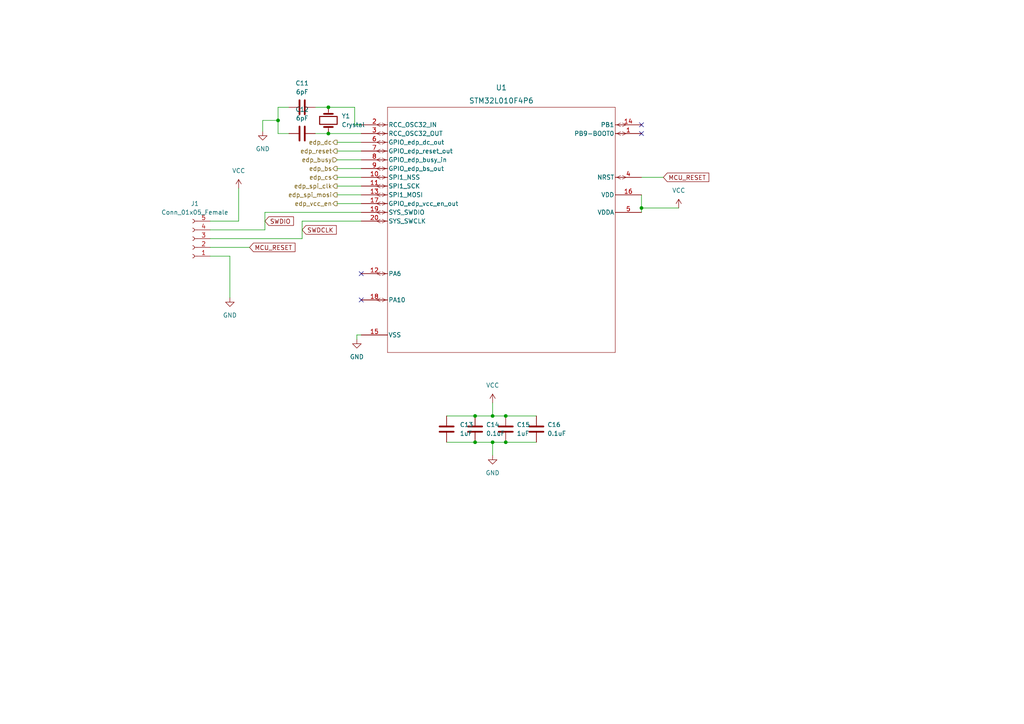
<source format=kicad_sch>
(kicad_sch (version 20250114) (generator "eeschema") (generator_version "9.0")
  (paper "A4")
  (lib_symbols
    (symbol "Connector:Conn_01x05_Female" (pin_names (offset 1.016) (hide yes))
      (property "Reference" "J" (at 0 7.62 0))
      (property "Value" "Conn_01x05_Female" (at 0 -7.62 0))
      (symbol "Conn_01x05_Female_1_1"
        (polyline (pts (xy -1.27 5.08) (xy -0.508 5.08)) (stroke (width 0.1524)))
        (polyline (pts (xy -1.27 2.54) (xy -0.508 2.54)) (stroke (width 0.1524)))
        (polyline (pts (xy -1.27 0) (xy -0.508 0)) (stroke (width 0.1524)))
        (polyline (pts (xy -1.27 -2.54) (xy -0.508 -2.54)) (stroke (width 0.1524)))
        (polyline (pts (xy -1.27 -5.08) (xy -0.508 -5.08)) (stroke (width 0.1524)))
        (arc (start 0 4.572) (mid -0.5058 5.08) (end 0 5.588) (stroke (width 0.1524)))
        (arc (start 0 2.032) (mid -0.5058 2.54) (end 0 3.048) (stroke (width 0.1524)))
        (arc (start 0 -0.508) (mid -0.5058 0) (end 0 0.508) (stroke (width 0.1524)))
        (arc (start 0 -3.048) (mid -0.5058 -2.54) (end 0 -2.032) (stroke (width 0.1524)))
        (arc (start 0 -5.588) (mid -0.5058 -5.08) (end 0 -4.572) (stroke (width 0.1524)))
        (pin passive line (at -5.08 5.08 0) (length 3.81) (name "Pin_1") (number "1"))
        (pin passive line (at -5.08 2.54 0) (length 3.81) (name "Pin_2") (number "2"))
        (pin passive line (at -5.08 0 0) (length 3.81) (name "Pin_3") (number "3"))
        (pin passive line (at -5.08 -2.54 0) (length 3.81) (name "Pin_4") (number "4"))
        (pin passive line (at -5.08 -5.08 0) (length 3.81) (name "Pin_5") (number "5"))
      )
    )
    (symbol "Device:C" (pin_numbers (hide yes)) (pin_names (offset 0.254))
      (property "Reference" "C" (at 0.635 2.54 0))
      (property "Value" "C" (at 0.635 -2.54 0))
      (symbol "C_0_1"
        (polyline (pts (xy -2.032 0.762) (xy 2.032 0.762)) (stroke (width 0.508)))
        (polyline (pts (xy -2.032 -0.762) (xy 2.032 -0.762)) (stroke (width 0.508)))
      )
      (symbol "C_1_1"
        (pin passive line (at 0 3.81 270) (length 2.794) (name "~") (number "1"))
        (pin passive line (at 0 -3.81 90) (length 2.794) (name "~") (number "2"))
      )
    )
    (symbol "Device:Crystal" (pin_numbers (hide yes)) (pin_names (offset 1.016) (hide yes))
      (property "Reference" "Y" (at 0 3.81 0))
      (property "Value" "Crystal" (at 0 -3.81 0))
      (symbol "Crystal_0_1"
        (polyline (pts (xy -2.54 0) (xy -1.905 0)))
        (polyline (pts (xy -1.905 -1.27) (xy -1.905 1.27)) (stroke (width 0.508)))
        (rectangle (start -1.143 2.54) (end 1.143 -2.54) (stroke (width 0.3048)))
        (polyline (pts (xy 1.905 -1.27) (xy 1.905 1.27)) (stroke (width 0.508)))
        (polyline (pts (xy 2.54 0) (xy 1.905 0)))
      )
      (symbol "Crystal_1_1"
        (pin passive line (at -3.81 0 0) (length 1.27) (name "1") (number "1"))
        (pin passive line (at 3.81 0 180) (length 1.27) (name "2") (number "2"))
      )
    )
    (symbol "MCU_STM32L010F4Px:STM32L010F4P6" (pin_names (offset 0.254))
      (property "Reference" "U" (at 40.64 10.16 0))
      (property "Value" "STM32L010F4P6" (at 40.64 7.62 0))
      (symbol "STM32L010F4P6_0_1"
        (polyline (pts (xy 5.5372 0.5207) (xy 4.4958 0)) (stroke (width 0.127)))
        (polyline (pts (xy 5.5372 -0.5207) (xy 4.4958 0)) (stroke (width 0.127)))
        (polyline (pts (xy 5.5372 -2.0193) (xy 4.4958 -2.54)) (stroke (width 0.127)))
        (polyline (pts (xy 5.5372 -3.0607) (xy 4.4958 -2.54)) (stroke (width 0.127)))
        (polyline (pts (xy 5.5372 -4.5593) (xy 4.4958 -5.08)) (stroke (width 0.127)))
        (polyline (pts (xy 5.5372 -5.6007) (xy 4.4958 -5.08)) (stroke (width 0.127)))
        (polyline (pts (xy 5.5372 -7.0993) (xy 4.4958 -7.62)) (stroke (width 0.127)))
        (polyline (pts (xy 5.5372 -8.1407) (xy 4.4958 -7.62)) (stroke (width 0.127)))
        (polyline (pts (xy 5.5372 -9.6393) (xy 4.4958 -10.16)) (stroke (width 0.127)))
        (polyline (pts (xy 5.5372 -10.6807) (xy 4.4958 -10.16)) (stroke (width 0.127)))
        (polyline (pts (xy 5.5372 -12.1793) (xy 4.4958 -12.7)) (stroke (width 0.127)))
        (polyline (pts (xy 5.5372 -13.2207) (xy 4.4958 -12.7)) (stroke (width 0.127)))
        (polyline (pts (xy 5.5372 -14.7193) (xy 4.4958 -15.24)) (stroke (width 0.127)))
        (polyline (pts (xy 5.5372 -15.7607) (xy 4.4958 -15.24)) (stroke (width 0.127)))
        (polyline (pts (xy 5.5372 -17.2593) (xy 4.4958 -17.78)) (stroke (width 0.127)))
        (polyline (pts (xy 5.5372 -18.3007) (xy 4.4958 -17.78)) (stroke (width 0.127)))
        (polyline (pts (xy 5.5372 -19.7993) (xy 4.4958 -20.32)) (stroke (width 0.127)))
        (polyline (pts (xy 5.5372 -20.8407) (xy 4.4958 -20.32)) (stroke (width 0.127)))
        (polyline (pts (xy 5.5372 -22.3393) (xy 4.4958 -22.86)) (stroke (width 0.127)))
        (polyline (pts (xy 5.5372 -23.3807) (xy 4.4958 -22.86)) (stroke (width 0.127)))
        (polyline (pts (xy 5.5372 -24.8793) (xy 4.4958 -25.4)) (stroke (width 0.127)))
        (polyline (pts (xy 5.5372 -25.9207) (xy 4.4958 -25.4)) (stroke (width 0.127)))
        (polyline (pts (xy 5.5372 -27.4193) (xy 4.4958 -27.94)) (stroke (width 0.127)))
        (polyline (pts (xy 5.5372 -28.4607) (xy 4.4958 -27.94)) (stroke (width 0.127)))
        (polyline (pts (xy 5.5372 -42.6593) (xy 4.4958 -43.18)) (stroke (width 0.127)))
        (polyline (pts (xy 5.5372 -43.7007) (xy 4.4958 -43.18)) (stroke (width 0.127)))
        (polyline (pts (xy 5.5372 -50.2793) (xy 4.4958 -50.8)) (stroke (width 0.127)))
        (polyline (pts (xy 5.5372 -51.3207) (xy 4.4958 -50.8)) (stroke (width 0.127)))
        (polyline (pts (xy 7.0993 0) (xy 6.0579 0.5207)) (stroke (width 0.127)))
        (polyline (pts (xy 7.0993 0) (xy 6.0579 -0.5207)) (stroke (width 0.127)))
        (polyline (pts (xy 7.0993 -2.54) (xy 6.0579 -2.0193)) (stroke (width 0.127)))
        (polyline (pts (xy 7.0993 -2.54) (xy 6.0579 -3.0607)) (stroke (width 0.127)))
        (polyline (pts (xy 7.0993 -5.08) (xy 6.0579 -4.5593)) (stroke (width 0.127)))
        (polyline (pts (xy 7.0993 -5.08) (xy 6.0579 -5.6007)) (stroke (width 0.127)))
        (polyline (pts (xy 7.0993 -7.62) (xy 6.0579 -7.0993)) (stroke (width 0.127)))
        (polyline (pts (xy 7.0993 -7.62) (xy 6.0579 -8.1407)) (stroke (width 0.127)))
        (polyline (pts (xy 7.0993 -10.16) (xy 6.0579 -9.6393)) (stroke (width 0.127)))
        (polyline (pts (xy 7.0993 -10.16) (xy 6.0579 -10.6807)) (stroke (width 0.127)))
        (polyline (pts (xy 7.0993 -12.7) (xy 6.0579 -12.1793)) (stroke (width 0.127)))
        (polyline (pts (xy 7.0993 -12.7) (xy 6.0579 -13.2207)) (stroke (width 0.127)))
        (polyline (pts (xy 7.0993 -15.24) (xy 6.0579 -14.7193)) (stroke (width 0.127)))
        (polyline (pts (xy 7.0993 -15.24) (xy 6.0579 -15.7607)) (stroke (width 0.127)))
        (polyline (pts (xy 7.0993 -17.78) (xy 6.0579 -17.2593)) (stroke (width 0.127)))
        (polyline (pts (xy 7.0993 -17.78) (xy 6.0579 -18.3007)) (stroke (width 0.127)))
        (polyline (pts (xy 7.0993 -20.32) (xy 6.0579 -19.7993)) (stroke (width 0.127)))
        (polyline (pts (xy 7.0993 -20.32) (xy 6.0579 -20.8407)) (stroke (width 0.127)))
        (polyline (pts (xy 7.0993 -22.86) (xy 6.0579 -22.3393)) (stroke (width 0.127)))
        (polyline (pts (xy 7.0993 -22.86) (xy 6.0579 -23.3807)) (stroke (width 0.127)))
        (polyline (pts (xy 7.0993 -25.4) (xy 6.0579 -24.8793)) (stroke (width 0.127)))
        (polyline (pts (xy 7.0993 -25.4) (xy 6.0579 -25.9207)) (stroke (width 0.127)))
        (polyline (pts (xy 7.0993 -27.94) (xy 6.0579 -27.4193)) (stroke (width 0.127)))
        (polyline (pts (xy 7.0993 -27.94) (xy 6.0579 -28.4607)) (stroke (width 0.127)))
        (polyline (pts (xy 7.0993 -43.18) (xy 6.0579 -42.6593)) (stroke (width 0.127)))
        (polyline (pts (xy 7.0993 -43.18) (xy 6.0579 -43.7007)) (stroke (width 0.127)))
        (polyline (pts (xy 7.0993 -50.8) (xy 6.0579 -50.2793)) (stroke (width 0.127)))
        (polyline (pts (xy 7.0993 -50.8) (xy 6.0579 -51.3207)) (stroke (width 0.127)))
        (polyline (pts (xy 7.62 5.08) (xy 7.62 -66.04)) (stroke (width 0.127)))
        (polyline (pts (xy 7.62 -66.04) (xy 73.66 -66.04)) (stroke (width 0.127)))
        (polyline (pts (xy 73.66 5.08) (xy 7.62 5.08)) (stroke (width 0.127)))
        (polyline (pts (xy 73.66 -66.04) (xy 73.66 5.08)) (stroke (width 0.127)))
        (polyline (pts (xy 74.1807 0) (xy 75.2221 0.5207)) (stroke (width 0.127)))
        (polyline (pts (xy 74.1807 0) (xy 75.2221 -0.5207)) (stroke (width 0.127)))
        (polyline (pts (xy 74.1807 -2.54) (xy 75.2221 -2.0193)) (stroke (width 0.127)))
        (polyline (pts (xy 74.1807 -2.54) (xy 75.2221 -3.0607)) (stroke (width 0.127)))
        (polyline (pts (xy 74.1807 -15.24) (xy 75.2221 -14.7193)) (stroke (width 0.127)))
        (polyline (pts (xy 74.1807 -15.24) (xy 75.2221 -15.7607)) (stroke (width 0.127)))
        (polyline (pts (xy 75.7428 0.5207) (xy 76.7842 0)) (stroke (width 0.127)))
        (polyline (pts (xy 75.7428 -0.5207) (xy 76.7842 0)) (stroke (width 0.127)))
        (polyline (pts (xy 75.7428 -2.0193) (xy 76.7842 -2.54)) (stroke (width 0.127)))
        (polyline (pts (xy 75.7428 -3.0607) (xy 76.7842 -2.54)) (stroke (width 0.127)))
        (polyline (pts (xy 75.7428 -14.7193) (xy 76.7842 -15.24)) (stroke (width 0.127)))
        (polyline (pts (xy 75.7428 -15.7607) (xy 76.7842 -15.24)) (stroke (width 0.127)))
        (pin unspecified line (at 0 0 0) (length 7.62) (name "RCC_OSC32_IN") (number "2"))
        (pin unspecified line (at 0 -2.54 0) (length 7.62) (name "RCC_OSC32_OUT") (number "3"))
        (pin unspecified line (at 0 -5.08 0) (length 7.62) (name "GPIO_edp_dc_out") (number "6"))
        (pin unspecified line (at 0 -7.62 0) (length 7.62) (name "GPIO_edp_reset_out") (number "7"))
        (pin unspecified line (at 0 -10.16 0) (length 7.62) (name "GPIO_edp_busy_in") (number "8"))
        (pin unspecified line (at 0 -12.7 0) (length 7.62) (name "GPIO_edp_bs_out") (number "9"))
        (pin unspecified line (at 0 -15.24 0) (length 7.62) (name "SPI1_NSS") (number "10"))
        (pin unspecified line (at 0 -17.78 0) (length 7.62) (name "SPI1_SCK") (number "11"))
        (pin unspecified line (at 0 -20.32 0) (length 7.62) (name "SPI1_MOSI") (number "13"))
        (pin unspecified line (at 0 -22.86 0) (length 7.62) (name "GPIO_edp_vcc_en_out") (number "17"))
        (pin unspecified line (at 0 -25.4 0) (length 7.62) (name "SYS_SWDIO") (number "19"))
        (pin unspecified line (at 0 -27.94 0) (length 7.62) (name "SYS_SWCLK") (number "20"))
        (pin bidirectional line (at 0 -43.18 0) (length 7.62) (name "PA6") (number "12"))
        (pin bidirectional line (at 0 -50.8 0) (length 7.62) (name "PA10") (number "18"))
        (pin power_in line (at 0 -60.96 0) (length 7.62) (name "VSS") (number "15"))
        (pin bidirectional line (at 81.28 0 180) (length 7.62) (name "PB1") (number "14"))
        (pin input line (at 81.28 -2.54 180) (length 7.62) (name "PB9-BOOT0") (number "1"))
        (pin bidirectional line (at 81.28 -15.24 180) (length 7.62) (name "NRST") (number "4"))
        (pin power_in line (at 81.28 -20.32 180) (length 7.62) (name "VDD") (number "16"))
        (pin power_in line (at 81.28 -25.4 180) (length 7.62) (name "VDDA") (number "5"))
      )
    )
    (symbol "power:GND" (power) (pin_names (offset 0))
      (property "Value" "GND" (at 0 -3.81 0))
      (symbol "GND_0_1"
        (polyline (pts (xy 0 0) (xy 0 -1.27) (xy 1.27 -1.27) (xy 0 -2.54) (xy -1.27 -1.27) (xy 0 -1.27)))
      )
      (symbol "GND_1_1"
        (pin power_in line (at 0 0 270) (length 0) (hide yes) (name "GND") (number "1"))
      )
    )
    (symbol "power:VCC" (power) (pin_names (offset 0))
      (property "Value" "VCC" (at 0 3.81 0))
      (symbol "VCC_0_1"
        (polyline (pts (xy -0.762 1.27) (xy 0 2.54)))
        (polyline (pts (xy 0 2.54) (xy 0.762 1.27)))
        (polyline (pts (xy 0 0) (xy 0 2.54)))
      )
      (symbol "VCC_1_1"
        (pin power_in line (at 0 0 90) (length 0) (hide yes) (name "VCC") (number "1"))
      )
    )
  )
  (junction (at 146.685 128.27))
  (junction (at 137.795 120.65))
  (junction (at 142.875 128.27))
  (junction (at 95.25 38.735))
  (junction (at 95.25 31.115))
  (junction (at 186.055 60.325))
  (junction (at 142.875 120.65))
  (junction (at 80.645 34.925))
  (junction (at 146.685 120.65))
  (junction (at 137.795 128.27))
  (no_connect (at 104.775 79.375))
  (no_connect (at 104.775 86.995))
  (no_connect (at 186.055 38.735))
  (no_connect (at 186.055 36.195))
  (wire (pts (xy 142.875 120.65) (xy 146.685 120.65)))
  (wire (pts (xy 60.96 71.755) (xy 72.39 71.755)))
  (wire (pts (xy 97.79 56.515) (xy 104.775 56.515)))
  (wire (pts (xy 97.79 46.355) (xy 104.775 46.355)))
  (wire (pts (xy 83.82 38.735) (xy 80.645 38.735)))
  (wire (pts (xy 66.675 74.295) (xy 66.675 86.36)))
  (wire (pts (xy 80.645 34.925) (xy 80.645 31.115)))
  (wire (pts (xy 97.79 48.895) (xy 104.775 48.895)))
  (wire (pts (xy 196.85 60.325) (xy 186.055 60.325)))
  (wire (pts (xy 80.645 31.115) (xy 83.82 31.115)))
  (wire (pts (xy 69.215 54.61) (xy 69.215 64.135)))
  (wire (pts (xy 186.055 51.435) (xy 192.405 51.435)))
  (wire (pts (xy 91.44 38.735) (xy 95.25 38.735)))
  (wire (pts (xy 104.775 61.595) (xy 76.835 61.595)))
  (wire (pts (xy 60.96 74.295) (xy 66.675 74.295)))
  (wire (pts (xy 76.835 66.675) (xy 60.96 66.675)))
  (wire (pts (xy 80.645 38.735) (xy 80.645 34.925)))
  (wire (pts (xy 97.79 51.435) (xy 104.775 51.435)))
  (wire (pts (xy 142.875 128.27) (xy 146.685 128.27)))
  (wire (pts (xy 142.875 132.08) (xy 142.875 128.27)))
  (wire (pts (xy 102.87 36.195) (xy 102.87 31.115)))
  (wire (pts (xy 186.055 60.325) (xy 186.055 61.595)))
  (wire (pts (xy 142.875 120.65) (xy 137.795 120.65)))
  (wire (pts (xy 76.835 61.595) (xy 76.835 66.675)))
  (wire (pts (xy 102.87 36.195) (xy 104.775 36.195)))
  (wire (pts (xy 97.79 43.815) (xy 104.775 43.815)))
  (wire (pts (xy 91.44 31.115) (xy 95.25 31.115)))
  (wire (pts (xy 60.96 69.215) (xy 87.63 69.215)))
  (wire (pts (xy 87.63 64.135) (xy 104.775 64.135)))
  (wire (pts (xy 97.79 59.055) (xy 104.775 59.055)))
  (wire (pts (xy 137.795 128.27) (xy 142.875 128.27)))
  (wire (pts (xy 104.775 38.735) (xy 95.25 38.735)))
  (wire (pts (xy 186.055 56.515) (xy 186.055 60.325)))
  (wire (pts (xy 97.79 41.275) (xy 104.775 41.275)))
  (wire (pts (xy 146.685 128.27) (xy 155.575 128.27)))
  (wire (pts (xy 76.2 38.1) (xy 76.2 34.925)))
  (wire (pts (xy 104.775 97.155) (xy 103.505 97.155)))
  (wire (pts (xy 129.54 128.27) (xy 137.795 128.27)))
  (wire (pts (xy 146.685 120.65) (xy 155.575 120.65)))
  (wire (pts (xy 69.215 64.135) (xy 60.96 64.135)))
  (wire (pts (xy 95.25 31.115) (xy 102.87 31.115)))
  (wire (pts (xy 87.63 64.135) (xy 87.63 69.215)))
  (wire (pts (xy 97.79 53.975) (xy 104.775 53.975)))
  (wire (pts (xy 129.54 120.65) (xy 137.795 120.65)))
  (wire (pts (xy 142.875 116.84) (xy 142.875 120.65)))
  (wire (pts (xy 103.505 97.155) (xy 103.505 98.425)))
  (wire (pts (xy 76.2 34.925) (xy 80.645 34.925)))
  (global_label "MCU_RESET" (shape input) (at 192.405 51.435 0) (property "Intersheetrefs" "${INTERSHEET_REFS}" (effects (hide yes))))
  (global_label "SWDIO" (shape input) (at 76.835 64.135 0) (property "Intersheetrefs" "${INTERSHEET_REFS}" (effects (hide yes))))
  (global_label "MCU_RESET" (shape input) (at 72.39 71.755 0) (property "Intersheetrefs" "${INTERSHEET_REFS}" (effects (hide yes))))
  (global_label "SWDCLK" (shape input) (at 87.63 66.675 0) (property "Intersheetrefs" "${INTERSHEET_REFS}" (effects (hide yes))))
  (hierarchical_label "edp_busy" (shape input) (at 97.79 46.355 180))
  (hierarchical_label "edp_vcc_en" (shape output) (at 97.79 59.055 180))
  (hierarchical_label "edp_spi_mosi" (shape output) (at 97.79 56.515 180))
  (hierarchical_label "edp_reset" (shape output) (at 97.79 43.815 180))
  (hierarchical_label "edp_cs" (shape output) (at 97.79 51.435 180))
  (hierarchical_label "edp_spi_clk" (shape output) (at 97.79 53.975 180))
  (hierarchical_label "edp_dc" (shape output) (at 97.79 41.275 180))
  (hierarchical_label "edp_bs" (shape output) (at 97.79 48.895 180))
  (symbol (lib_id "power:GND") (at 66.675 86.36 0) (unit 1)
    (property "Reference" "#PWR01" (effects (hide yes)))
    (property "Value" "GND" (at 66.675 91.44 0))
  )
  (symbol (lib_id "power:GND") (at 103.505 98.425 0) (unit 1)
    (property "Reference" "#PWR015" (effects (hide yes)))
    (property "Value" "GND" (at 103.505 103.505 0))
  )
  (symbol (lib_id "MCU_STM32L010F4Px:STM32L010F4P6") (at 104.775 36.195 0) (unit 1)
    (property "Reference" "U1" (at 145.415 25.4 0) (effects (font (size 1.524 1.524))))
    (property "Value" "STM32L010F4P6" (at 145.415 29.21 0) (effects (font (size 1.524 1.524))))
    (property "Footprint" "TSSOP20" (effects (hide yes)))
    (property "Datasheet" "STM32L010F4P6" (effects (hide yes)))
  )
  (symbol (lib_id "power:VCC") (at 196.85 60.325 0) (unit 1)
    (property "Reference" "#PWR05" (effects (hide yes)))
    (property "Value" "VCC" (at 196.85 55.245 0))
  )
  (symbol (lib_id "Device:C") (at 146.685 124.46 180) (unit 1)
    (property "Reference" "C15" (at 149.86 123.1899 0) (effects (justify right)))
    (property "Value" "1uF" (at 149.86 125.7299 0) (effects (justify right)))
    (property "Footprint" "Capacitor_SMD:C_0402_1005Metric_Pad0.74x0.62mm_HandSolder" (effects (hide yes)))
  )
  (symbol (lib_id "power:GND") (at 76.2 38.1 0) (unit 1)
    (property "Reference" "#PWR02" (effects (hide yes)))
    (property "Value" "GND" (at 76.2 43.18 0))
  )
  (symbol (lib_id "Device:C") (at 87.63 31.115 90) (unit 1)
    (property "Reference" "C11" (at 87.63 24.13 90))
    (property "Value" "6pF" (at 87.63 26.67 90))
    (property "Footprint" "Capacitor_SMD:C_0402_1005Metric_Pad0.74x0.62mm_HandSolder" (effects (hide yes)))
  )
  (symbol (lib_id "power:VCC") (at 142.875 116.84 0) (unit 1)
    (property "Reference" "#PWR04" (effects (hide yes)))
    (property "Value" "VCC" (at 142.875 111.76 0))
  )
  (symbol (lib_id "Device:C") (at 137.795 124.46 180) (unit 1)
    (property "Reference" "C14" (at 140.97 123.1899 0) (effects (justify right)))
    (property "Value" "0.1uF" (at 140.97 125.7299 0) (effects (justify right)))
    (property "Footprint" "Capacitor_SMD:C_0402_1005Metric_Pad0.74x0.62mm_HandSolder" (effects (hide yes)))
  )
  (symbol (lib_id "power:VCC") (at 69.215 54.61 0) (unit 1)
    (property "Reference" "#PWR0104" (effects (hide yes)))
    (property "Value" "VCC" (at 69.215 49.53 0))
  )
  (symbol (lib_id "Device:C") (at 87.63 38.735 90) (unit 1)
    (property "Reference" "C12" (at 87.63 31.75 90))
    (property "Value" "6pF" (at 87.63 34.29 90))
    (property "Footprint" "Capacitor_SMD:C_0402_1005Metric_Pad0.74x0.62mm_HandSolder" (effects (hide yes)))
  )
  (symbol (lib_id "Device:C") (at 129.54 124.46 180) (unit 1)
    (property "Reference" "C13" (at 133.35 123.1899 0) (effects (justify right)))
    (property "Value" "1uF" (at 133.35 125.7299 0) (effects (justify right)))
    (property "Footprint" "Capacitor_SMD:C_0402_1005Metric_Pad0.74x0.62mm_HandSolder" (effects (hide yes)))
  )
  (symbol (lib_id "Connector:Conn_01x05_Female") (at 55.88 69.215 180) (unit 1)
    (property "Reference" "J1" (at 56.515 59.055 0))
    (property "Value" "Conn_01x05_Female" (at 56.515 61.595 0))
    (property "Footprint" "Connector_PinHeader_1.27mm:PinHeader_1x05_P1.27mm_Vertical" (effects (hide yes)))
  )
  (symbol (lib_id "Device:Crystal") (at 95.25 34.925 90) (unit 1)
    (property "Reference" "Y1" (at 99.06 33.6549 90) (effects (justify right)))
    (property "Value" "Crystal" (at 99.06 36.1949 90) (effects (justify right)))
    (property "Footprint" "Crystal:Crystal_SMD_2012-2Pin_2.0x1.2mm_HandSoldering" (effects (hide yes)))
  )
  (symbol (lib_id "Device:C") (at 155.575 124.46 180) (unit 1)
    (property "Reference" "C16" (at 158.75 123.1899 0) (effects (justify right)))
    (property "Value" "0.1uF" (at 158.75 125.7299 0) (effects (justify right)))
    (property "Footprint" "Capacitor_SMD:C_0402_1005Metric_Pad0.74x0.62mm_HandSolder" (effects (hide yes)))
  )
  (symbol (lib_id "power:GND") (at 142.875 132.08 0) (unit 1)
    (property "Reference" "#PWR013" (effects (hide yes)))
    (property "Value" "GND" (at 142.875 137.16 0))
  )
)
</source>
